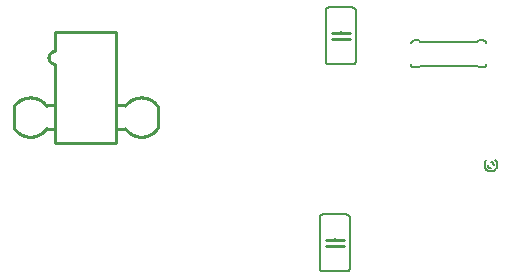
<source format=gto>
G75*
%MOIN*%
%OFA0B0*%
%FSLAX25Y25*%
%IPPOS*%
%LPD*%
%AMOC8*
5,1,8,0,0,1.08239X$1,22.5*
%
%ADD10C,0.00600*%
%ADD11C,0.01000*%
D10*
X0119000Y0030500D02*
X0119000Y0047500D01*
X0119002Y0047560D01*
X0119007Y0047621D01*
X0119016Y0047680D01*
X0119029Y0047739D01*
X0119045Y0047798D01*
X0119065Y0047855D01*
X0119088Y0047910D01*
X0119115Y0047965D01*
X0119144Y0048017D01*
X0119177Y0048068D01*
X0119213Y0048117D01*
X0119251Y0048163D01*
X0119293Y0048207D01*
X0119337Y0048249D01*
X0119383Y0048287D01*
X0119432Y0048323D01*
X0119483Y0048356D01*
X0119535Y0048385D01*
X0119590Y0048412D01*
X0119645Y0048435D01*
X0119702Y0048455D01*
X0119761Y0048471D01*
X0119820Y0048484D01*
X0119879Y0048493D01*
X0119940Y0048498D01*
X0120000Y0048500D01*
X0128000Y0048500D01*
X0128060Y0048498D01*
X0128121Y0048493D01*
X0128180Y0048484D01*
X0128239Y0048471D01*
X0128298Y0048455D01*
X0128355Y0048435D01*
X0128410Y0048412D01*
X0128465Y0048385D01*
X0128517Y0048356D01*
X0128568Y0048323D01*
X0128617Y0048287D01*
X0128663Y0048249D01*
X0128707Y0048207D01*
X0128749Y0048163D01*
X0128787Y0048117D01*
X0128823Y0048068D01*
X0128856Y0048017D01*
X0128885Y0047965D01*
X0128912Y0047910D01*
X0128935Y0047855D01*
X0128955Y0047798D01*
X0128971Y0047739D01*
X0128984Y0047680D01*
X0128993Y0047621D01*
X0128998Y0047560D01*
X0129000Y0047500D01*
X0129000Y0030500D01*
X0128998Y0030440D01*
X0128993Y0030379D01*
X0128984Y0030320D01*
X0128971Y0030261D01*
X0128955Y0030202D01*
X0128935Y0030145D01*
X0128912Y0030090D01*
X0128885Y0030035D01*
X0128856Y0029983D01*
X0128823Y0029932D01*
X0128787Y0029883D01*
X0128749Y0029837D01*
X0128707Y0029793D01*
X0128663Y0029751D01*
X0128617Y0029713D01*
X0128568Y0029677D01*
X0128517Y0029644D01*
X0128465Y0029615D01*
X0128410Y0029588D01*
X0128355Y0029565D01*
X0128298Y0029545D01*
X0128239Y0029529D01*
X0128180Y0029516D01*
X0128121Y0029507D01*
X0128060Y0029502D01*
X0128000Y0029500D01*
X0120000Y0029500D01*
X0119940Y0029502D01*
X0119879Y0029507D01*
X0119820Y0029516D01*
X0119761Y0029529D01*
X0119702Y0029545D01*
X0119645Y0029565D01*
X0119590Y0029588D01*
X0119535Y0029615D01*
X0119483Y0029644D01*
X0119432Y0029677D01*
X0119383Y0029713D01*
X0119337Y0029751D01*
X0119293Y0029793D01*
X0119251Y0029837D01*
X0119213Y0029883D01*
X0119177Y0029932D01*
X0119144Y0029983D01*
X0119115Y0030035D01*
X0119088Y0030090D01*
X0119065Y0030145D01*
X0119045Y0030202D01*
X0119029Y0030261D01*
X0119016Y0030320D01*
X0119007Y0030379D01*
X0119002Y0030440D01*
X0119000Y0030500D01*
X0124000Y0037500D02*
X0124000Y0038000D01*
X0124000Y0040000D02*
X0124000Y0040500D01*
X0174000Y0064000D02*
X0174000Y0066000D01*
X0174500Y0066500D01*
X0174500Y0063500D02*
X0174565Y0063438D01*
X0174633Y0063378D01*
X0174703Y0063322D01*
X0174775Y0063268D01*
X0174850Y0063218D01*
X0174927Y0063171D01*
X0175005Y0063127D01*
X0175086Y0063086D01*
X0175168Y0063049D01*
X0175251Y0063016D01*
X0175336Y0062986D01*
X0175422Y0062959D01*
X0175509Y0062937D01*
X0175597Y0062918D01*
X0175686Y0062902D01*
X0175775Y0062891D01*
X0175865Y0062883D01*
X0175955Y0062879D01*
X0176045Y0062879D01*
X0176135Y0062883D01*
X0176225Y0062891D01*
X0176314Y0062902D01*
X0176403Y0062918D01*
X0176491Y0062937D01*
X0176578Y0062959D01*
X0176664Y0062986D01*
X0176749Y0063016D01*
X0176832Y0063049D01*
X0176914Y0063086D01*
X0176995Y0063127D01*
X0177073Y0063171D01*
X0177150Y0063218D01*
X0177225Y0063268D01*
X0177297Y0063322D01*
X0177367Y0063378D01*
X0177435Y0063438D01*
X0177500Y0063500D01*
X0178000Y0064000D01*
X0178000Y0066000D01*
X0177500Y0066500D01*
X0177000Y0065000D02*
X0176998Y0065060D01*
X0176993Y0065121D01*
X0176984Y0065180D01*
X0176971Y0065239D01*
X0176955Y0065298D01*
X0176935Y0065355D01*
X0176912Y0065410D01*
X0176885Y0065465D01*
X0176856Y0065517D01*
X0176823Y0065568D01*
X0176787Y0065617D01*
X0176749Y0065663D01*
X0176707Y0065707D01*
X0176663Y0065749D01*
X0176617Y0065787D01*
X0176568Y0065823D01*
X0176517Y0065856D01*
X0176465Y0065885D01*
X0176410Y0065912D01*
X0176355Y0065935D01*
X0176298Y0065955D01*
X0176239Y0065971D01*
X0176180Y0065984D01*
X0176121Y0065993D01*
X0176060Y0065998D01*
X0176000Y0066000D01*
X0175000Y0065000D02*
X0175002Y0064940D01*
X0175007Y0064879D01*
X0175016Y0064820D01*
X0175029Y0064761D01*
X0175045Y0064702D01*
X0175065Y0064645D01*
X0175088Y0064590D01*
X0175115Y0064535D01*
X0175144Y0064483D01*
X0175177Y0064432D01*
X0175213Y0064383D01*
X0175251Y0064337D01*
X0175293Y0064293D01*
X0175337Y0064251D01*
X0175383Y0064213D01*
X0175432Y0064177D01*
X0175483Y0064144D01*
X0175535Y0064115D01*
X0175590Y0064088D01*
X0175645Y0064065D01*
X0175702Y0064045D01*
X0175761Y0064029D01*
X0175820Y0064016D01*
X0175879Y0064007D01*
X0175940Y0064002D01*
X0176000Y0064000D01*
X0174500Y0063500D02*
X0174000Y0064000D01*
X0173500Y0097500D02*
X0172000Y0097500D01*
X0171500Y0098000D01*
X0152500Y0098000D01*
X0152000Y0097500D01*
X0150500Y0097500D01*
X0150440Y0097502D01*
X0150379Y0097507D01*
X0150320Y0097516D01*
X0150261Y0097529D01*
X0150202Y0097545D01*
X0150145Y0097565D01*
X0150090Y0097588D01*
X0150035Y0097615D01*
X0149983Y0097644D01*
X0149932Y0097677D01*
X0149883Y0097713D01*
X0149837Y0097751D01*
X0149793Y0097793D01*
X0149751Y0097837D01*
X0149713Y0097883D01*
X0149677Y0097932D01*
X0149644Y0097983D01*
X0149615Y0098035D01*
X0149588Y0098090D01*
X0149565Y0098145D01*
X0149545Y0098202D01*
X0149529Y0098261D01*
X0149516Y0098320D01*
X0149507Y0098379D01*
X0149502Y0098440D01*
X0149500Y0098500D01*
X0149500Y0105500D02*
X0149502Y0105560D01*
X0149507Y0105621D01*
X0149516Y0105680D01*
X0149529Y0105739D01*
X0149545Y0105798D01*
X0149565Y0105855D01*
X0149588Y0105910D01*
X0149615Y0105965D01*
X0149644Y0106017D01*
X0149677Y0106068D01*
X0149713Y0106117D01*
X0149751Y0106163D01*
X0149793Y0106207D01*
X0149837Y0106249D01*
X0149883Y0106287D01*
X0149932Y0106323D01*
X0149983Y0106356D01*
X0150035Y0106385D01*
X0150090Y0106412D01*
X0150145Y0106435D01*
X0150202Y0106455D01*
X0150261Y0106471D01*
X0150320Y0106484D01*
X0150379Y0106493D01*
X0150440Y0106498D01*
X0150500Y0106500D01*
X0152000Y0106500D01*
X0152500Y0106000D01*
X0171500Y0106000D01*
X0172000Y0106500D01*
X0173500Y0106500D01*
X0173560Y0106498D01*
X0173621Y0106493D01*
X0173680Y0106484D01*
X0173739Y0106471D01*
X0173798Y0106455D01*
X0173855Y0106435D01*
X0173910Y0106412D01*
X0173965Y0106385D01*
X0174017Y0106356D01*
X0174068Y0106323D01*
X0174117Y0106287D01*
X0174163Y0106249D01*
X0174207Y0106207D01*
X0174249Y0106163D01*
X0174287Y0106117D01*
X0174323Y0106068D01*
X0174356Y0106017D01*
X0174385Y0105965D01*
X0174412Y0105910D01*
X0174435Y0105855D01*
X0174455Y0105798D01*
X0174471Y0105739D01*
X0174484Y0105680D01*
X0174493Y0105621D01*
X0174498Y0105560D01*
X0174500Y0105500D01*
X0174500Y0098500D02*
X0174498Y0098440D01*
X0174493Y0098379D01*
X0174484Y0098320D01*
X0174471Y0098261D01*
X0174455Y0098202D01*
X0174435Y0098145D01*
X0174412Y0098090D01*
X0174385Y0098035D01*
X0174356Y0097983D01*
X0174323Y0097932D01*
X0174287Y0097883D01*
X0174249Y0097837D01*
X0174207Y0097793D01*
X0174163Y0097751D01*
X0174117Y0097713D01*
X0174068Y0097677D01*
X0174017Y0097644D01*
X0173965Y0097615D01*
X0173910Y0097588D01*
X0173855Y0097565D01*
X0173798Y0097545D01*
X0173739Y0097529D01*
X0173680Y0097516D01*
X0173621Y0097507D01*
X0173560Y0097502D01*
X0173500Y0097500D01*
X0131000Y0099500D02*
X0131000Y0116500D01*
X0130998Y0116560D01*
X0130993Y0116621D01*
X0130984Y0116680D01*
X0130971Y0116739D01*
X0130955Y0116798D01*
X0130935Y0116855D01*
X0130912Y0116910D01*
X0130885Y0116965D01*
X0130856Y0117017D01*
X0130823Y0117068D01*
X0130787Y0117117D01*
X0130749Y0117163D01*
X0130707Y0117207D01*
X0130663Y0117249D01*
X0130617Y0117287D01*
X0130568Y0117323D01*
X0130517Y0117356D01*
X0130465Y0117385D01*
X0130410Y0117412D01*
X0130355Y0117435D01*
X0130298Y0117455D01*
X0130239Y0117471D01*
X0130180Y0117484D01*
X0130121Y0117493D01*
X0130060Y0117498D01*
X0130000Y0117500D01*
X0122000Y0117500D01*
X0121940Y0117498D01*
X0121879Y0117493D01*
X0121820Y0117484D01*
X0121761Y0117471D01*
X0121702Y0117455D01*
X0121645Y0117435D01*
X0121590Y0117412D01*
X0121535Y0117385D01*
X0121483Y0117356D01*
X0121432Y0117323D01*
X0121383Y0117287D01*
X0121337Y0117249D01*
X0121293Y0117207D01*
X0121251Y0117163D01*
X0121213Y0117117D01*
X0121177Y0117068D01*
X0121144Y0117017D01*
X0121115Y0116965D01*
X0121088Y0116910D01*
X0121065Y0116855D01*
X0121045Y0116798D01*
X0121029Y0116739D01*
X0121016Y0116680D01*
X0121007Y0116621D01*
X0121002Y0116560D01*
X0121000Y0116500D01*
X0121000Y0099500D01*
X0121002Y0099440D01*
X0121007Y0099379D01*
X0121016Y0099320D01*
X0121029Y0099261D01*
X0121045Y0099202D01*
X0121065Y0099145D01*
X0121088Y0099090D01*
X0121115Y0099035D01*
X0121144Y0098983D01*
X0121177Y0098932D01*
X0121213Y0098883D01*
X0121251Y0098837D01*
X0121293Y0098793D01*
X0121337Y0098751D01*
X0121383Y0098713D01*
X0121432Y0098677D01*
X0121483Y0098644D01*
X0121535Y0098615D01*
X0121590Y0098588D01*
X0121645Y0098565D01*
X0121702Y0098545D01*
X0121761Y0098529D01*
X0121820Y0098516D01*
X0121879Y0098507D01*
X0121940Y0098502D01*
X0122000Y0098500D01*
X0130000Y0098500D01*
X0130060Y0098502D01*
X0130121Y0098507D01*
X0130180Y0098516D01*
X0130239Y0098529D01*
X0130298Y0098545D01*
X0130355Y0098565D01*
X0130410Y0098588D01*
X0130465Y0098615D01*
X0130517Y0098644D01*
X0130568Y0098677D01*
X0130617Y0098713D01*
X0130663Y0098751D01*
X0130707Y0098793D01*
X0130749Y0098837D01*
X0130787Y0098883D01*
X0130823Y0098932D01*
X0130856Y0098983D01*
X0130885Y0099035D01*
X0130912Y0099090D01*
X0130935Y0099145D01*
X0130955Y0099202D01*
X0130971Y0099261D01*
X0130984Y0099320D01*
X0130993Y0099379D01*
X0130998Y0099440D01*
X0131000Y0099500D01*
X0126000Y0106500D02*
X0126000Y0107000D01*
X0126000Y0109000D02*
X0126000Y0109500D01*
D11*
X0030764Y0098661D02*
X0030764Y0072283D01*
X0051236Y0072283D01*
X0051236Y0109291D01*
X0030764Y0109291D01*
X0030764Y0102992D01*
X0030672Y0102990D01*
X0030580Y0102984D01*
X0030489Y0102974D01*
X0030398Y0102961D01*
X0030308Y0102943D01*
X0030218Y0102922D01*
X0030130Y0102897D01*
X0030043Y0102868D01*
X0029957Y0102836D01*
X0029872Y0102800D01*
X0029789Y0102760D01*
X0029708Y0102717D01*
X0029629Y0102671D01*
X0029552Y0102621D01*
X0029477Y0102568D01*
X0029404Y0102511D01*
X0029334Y0102452D01*
X0029266Y0102390D01*
X0029201Y0102325D01*
X0029139Y0102257D01*
X0029080Y0102187D01*
X0029023Y0102114D01*
X0028970Y0102039D01*
X0028920Y0101962D01*
X0028874Y0101883D01*
X0028831Y0101802D01*
X0028791Y0101719D01*
X0028755Y0101634D01*
X0028723Y0101548D01*
X0028694Y0101461D01*
X0028669Y0101373D01*
X0028648Y0101283D01*
X0028630Y0101193D01*
X0028617Y0101102D01*
X0028607Y0101011D01*
X0028601Y0100919D01*
X0028599Y0100827D01*
X0028601Y0100735D01*
X0028607Y0100643D01*
X0028617Y0100552D01*
X0028630Y0100461D01*
X0028648Y0100371D01*
X0028669Y0100281D01*
X0028694Y0100193D01*
X0028723Y0100106D01*
X0028755Y0100020D01*
X0028791Y0099935D01*
X0028831Y0099852D01*
X0028874Y0099771D01*
X0028920Y0099692D01*
X0028970Y0099615D01*
X0029023Y0099540D01*
X0029080Y0099467D01*
X0029139Y0099397D01*
X0029201Y0099329D01*
X0029266Y0099264D01*
X0029334Y0099202D01*
X0029404Y0099143D01*
X0029477Y0099086D01*
X0029552Y0099033D01*
X0029629Y0098983D01*
X0029708Y0098937D01*
X0029789Y0098894D01*
X0029872Y0098854D01*
X0029957Y0098818D01*
X0030043Y0098786D01*
X0030130Y0098757D01*
X0030218Y0098732D01*
X0030308Y0098711D01*
X0030398Y0098693D01*
X0030489Y0098680D01*
X0030580Y0098670D01*
X0030672Y0098664D01*
X0030764Y0098662D01*
X0030370Y0084882D02*
X0027614Y0084882D01*
X0028007Y0077402D02*
X0027919Y0077269D01*
X0027828Y0077138D01*
X0027734Y0077009D01*
X0027636Y0076882D01*
X0027536Y0076758D01*
X0027432Y0076637D01*
X0027326Y0076518D01*
X0027216Y0076401D01*
X0027104Y0076287D01*
X0026989Y0076176D01*
X0026872Y0076068D01*
X0026752Y0075963D01*
X0026629Y0075861D01*
X0026504Y0075762D01*
X0026376Y0075666D01*
X0026246Y0075573D01*
X0026114Y0075483D01*
X0025980Y0075396D01*
X0025844Y0075313D01*
X0025705Y0075233D01*
X0025565Y0075156D01*
X0025423Y0075083D01*
X0025280Y0075014D01*
X0025134Y0074948D01*
X0024987Y0074885D01*
X0024839Y0074826D01*
X0024689Y0074771D01*
X0024538Y0074719D01*
X0024385Y0074671D01*
X0024232Y0074627D01*
X0024077Y0074587D01*
X0023922Y0074550D01*
X0023766Y0074517D01*
X0023609Y0074488D01*
X0023451Y0074463D01*
X0023293Y0074442D01*
X0023134Y0074424D01*
X0022975Y0074411D01*
X0022815Y0074401D01*
X0022656Y0074395D01*
X0022496Y0074393D01*
X0022336Y0074395D01*
X0022177Y0074401D01*
X0022017Y0074411D01*
X0021858Y0074424D01*
X0021699Y0074442D01*
X0021541Y0074463D01*
X0021383Y0074488D01*
X0021226Y0074517D01*
X0021070Y0074550D01*
X0020915Y0074587D01*
X0020760Y0074627D01*
X0020607Y0074671D01*
X0020454Y0074719D01*
X0020303Y0074771D01*
X0020153Y0074826D01*
X0020005Y0074885D01*
X0019858Y0074948D01*
X0019712Y0075014D01*
X0019569Y0075083D01*
X0019427Y0075156D01*
X0019287Y0075233D01*
X0019148Y0075313D01*
X0019012Y0075396D01*
X0018878Y0075483D01*
X0018746Y0075573D01*
X0018616Y0075666D01*
X0018488Y0075762D01*
X0018363Y0075861D01*
X0018240Y0075963D01*
X0018120Y0076068D01*
X0018003Y0076176D01*
X0017888Y0076287D01*
X0017776Y0076401D01*
X0017666Y0076518D01*
X0017560Y0076637D01*
X0017456Y0076758D01*
X0017356Y0076882D01*
X0017258Y0077009D01*
X0017164Y0077138D01*
X0017073Y0077269D01*
X0016985Y0077402D01*
X0016984Y0077402D02*
X0016984Y0084488D01*
X0016985Y0084488D02*
X0017073Y0084621D01*
X0017164Y0084752D01*
X0017258Y0084881D01*
X0017356Y0085008D01*
X0017456Y0085132D01*
X0017560Y0085253D01*
X0017666Y0085372D01*
X0017776Y0085489D01*
X0017888Y0085603D01*
X0018003Y0085714D01*
X0018120Y0085822D01*
X0018240Y0085927D01*
X0018363Y0086029D01*
X0018488Y0086128D01*
X0018616Y0086224D01*
X0018746Y0086317D01*
X0018878Y0086407D01*
X0019012Y0086494D01*
X0019148Y0086577D01*
X0019287Y0086657D01*
X0019427Y0086734D01*
X0019569Y0086807D01*
X0019712Y0086876D01*
X0019858Y0086942D01*
X0020005Y0087005D01*
X0020153Y0087064D01*
X0020303Y0087119D01*
X0020454Y0087171D01*
X0020607Y0087219D01*
X0020760Y0087263D01*
X0020915Y0087303D01*
X0021070Y0087340D01*
X0021226Y0087373D01*
X0021383Y0087402D01*
X0021541Y0087427D01*
X0021699Y0087448D01*
X0021858Y0087466D01*
X0022017Y0087479D01*
X0022177Y0087489D01*
X0022336Y0087495D01*
X0022496Y0087497D01*
X0022656Y0087495D01*
X0022815Y0087489D01*
X0022975Y0087479D01*
X0023134Y0087466D01*
X0023293Y0087448D01*
X0023451Y0087427D01*
X0023609Y0087402D01*
X0023766Y0087373D01*
X0023922Y0087340D01*
X0024077Y0087303D01*
X0024232Y0087263D01*
X0024385Y0087219D01*
X0024538Y0087171D01*
X0024689Y0087119D01*
X0024839Y0087064D01*
X0024987Y0087005D01*
X0025134Y0086942D01*
X0025280Y0086876D01*
X0025423Y0086807D01*
X0025565Y0086734D01*
X0025705Y0086657D01*
X0025844Y0086577D01*
X0025980Y0086494D01*
X0026114Y0086407D01*
X0026246Y0086317D01*
X0026376Y0086224D01*
X0026504Y0086128D01*
X0026629Y0086029D01*
X0026752Y0085927D01*
X0026872Y0085822D01*
X0026989Y0085714D01*
X0027104Y0085603D01*
X0027216Y0085489D01*
X0027326Y0085372D01*
X0027432Y0085253D01*
X0027536Y0085132D01*
X0027636Y0085008D01*
X0027734Y0084881D01*
X0027828Y0084752D01*
X0027919Y0084621D01*
X0028007Y0084488D01*
X0027614Y0077008D02*
X0030370Y0077008D01*
X0051630Y0077008D02*
X0054386Y0077008D01*
X0053993Y0084488D02*
X0054081Y0084621D01*
X0054172Y0084752D01*
X0054266Y0084881D01*
X0054364Y0085008D01*
X0054464Y0085132D01*
X0054568Y0085253D01*
X0054674Y0085372D01*
X0054784Y0085489D01*
X0054896Y0085603D01*
X0055011Y0085714D01*
X0055128Y0085822D01*
X0055248Y0085927D01*
X0055371Y0086029D01*
X0055496Y0086128D01*
X0055624Y0086224D01*
X0055754Y0086317D01*
X0055886Y0086407D01*
X0056020Y0086494D01*
X0056156Y0086577D01*
X0056295Y0086657D01*
X0056435Y0086734D01*
X0056577Y0086807D01*
X0056720Y0086876D01*
X0056866Y0086942D01*
X0057013Y0087005D01*
X0057161Y0087064D01*
X0057311Y0087119D01*
X0057462Y0087171D01*
X0057615Y0087219D01*
X0057768Y0087263D01*
X0057923Y0087303D01*
X0058078Y0087340D01*
X0058234Y0087373D01*
X0058391Y0087402D01*
X0058549Y0087427D01*
X0058707Y0087448D01*
X0058866Y0087466D01*
X0059025Y0087479D01*
X0059185Y0087489D01*
X0059344Y0087495D01*
X0059504Y0087497D01*
X0059664Y0087495D01*
X0059823Y0087489D01*
X0059983Y0087479D01*
X0060142Y0087466D01*
X0060301Y0087448D01*
X0060459Y0087427D01*
X0060617Y0087402D01*
X0060774Y0087373D01*
X0060930Y0087340D01*
X0061085Y0087303D01*
X0061240Y0087263D01*
X0061393Y0087219D01*
X0061546Y0087171D01*
X0061697Y0087119D01*
X0061847Y0087064D01*
X0061995Y0087005D01*
X0062142Y0086942D01*
X0062288Y0086876D01*
X0062431Y0086807D01*
X0062573Y0086734D01*
X0062713Y0086657D01*
X0062852Y0086577D01*
X0062988Y0086494D01*
X0063122Y0086407D01*
X0063254Y0086317D01*
X0063384Y0086224D01*
X0063512Y0086128D01*
X0063637Y0086029D01*
X0063760Y0085927D01*
X0063880Y0085822D01*
X0063997Y0085714D01*
X0064112Y0085603D01*
X0064224Y0085489D01*
X0064334Y0085372D01*
X0064440Y0085253D01*
X0064544Y0085132D01*
X0064644Y0085008D01*
X0064742Y0084881D01*
X0064836Y0084752D01*
X0064927Y0084621D01*
X0065015Y0084488D01*
X0065016Y0084488D02*
X0065016Y0077402D01*
X0065015Y0077402D02*
X0064927Y0077269D01*
X0064836Y0077138D01*
X0064742Y0077009D01*
X0064644Y0076882D01*
X0064544Y0076758D01*
X0064440Y0076637D01*
X0064334Y0076518D01*
X0064224Y0076401D01*
X0064112Y0076287D01*
X0063997Y0076176D01*
X0063880Y0076068D01*
X0063760Y0075963D01*
X0063637Y0075861D01*
X0063512Y0075762D01*
X0063384Y0075666D01*
X0063254Y0075573D01*
X0063122Y0075483D01*
X0062988Y0075396D01*
X0062852Y0075313D01*
X0062713Y0075233D01*
X0062573Y0075156D01*
X0062431Y0075083D01*
X0062288Y0075014D01*
X0062142Y0074948D01*
X0061995Y0074885D01*
X0061847Y0074826D01*
X0061697Y0074771D01*
X0061546Y0074719D01*
X0061393Y0074671D01*
X0061240Y0074627D01*
X0061085Y0074587D01*
X0060930Y0074550D01*
X0060774Y0074517D01*
X0060617Y0074488D01*
X0060459Y0074463D01*
X0060301Y0074442D01*
X0060142Y0074424D01*
X0059983Y0074411D01*
X0059823Y0074401D01*
X0059664Y0074395D01*
X0059504Y0074393D01*
X0059344Y0074395D01*
X0059185Y0074401D01*
X0059025Y0074411D01*
X0058866Y0074424D01*
X0058707Y0074442D01*
X0058549Y0074463D01*
X0058391Y0074488D01*
X0058234Y0074517D01*
X0058078Y0074550D01*
X0057923Y0074587D01*
X0057768Y0074627D01*
X0057615Y0074671D01*
X0057462Y0074719D01*
X0057311Y0074771D01*
X0057161Y0074826D01*
X0057013Y0074885D01*
X0056866Y0074948D01*
X0056720Y0075014D01*
X0056577Y0075083D01*
X0056435Y0075156D01*
X0056295Y0075233D01*
X0056156Y0075313D01*
X0056020Y0075396D01*
X0055886Y0075483D01*
X0055754Y0075573D01*
X0055624Y0075666D01*
X0055496Y0075762D01*
X0055371Y0075861D01*
X0055248Y0075963D01*
X0055128Y0076068D01*
X0055011Y0076176D01*
X0054896Y0076287D01*
X0054784Y0076401D01*
X0054674Y0076518D01*
X0054568Y0076637D01*
X0054464Y0076758D01*
X0054364Y0076882D01*
X0054266Y0077009D01*
X0054172Y0077138D01*
X0054081Y0077269D01*
X0053993Y0077402D01*
X0054386Y0084882D02*
X0051630Y0084882D01*
X0123000Y0107000D02*
X0126000Y0107000D01*
X0129000Y0107000D01*
X0129000Y0109000D02*
X0126000Y0109000D01*
X0123000Y0109000D01*
X0124000Y0040000D02*
X0121000Y0040000D01*
X0121000Y0038000D02*
X0124000Y0038000D01*
X0127000Y0038000D01*
X0127000Y0040000D02*
X0124000Y0040000D01*
M02*

</source>
